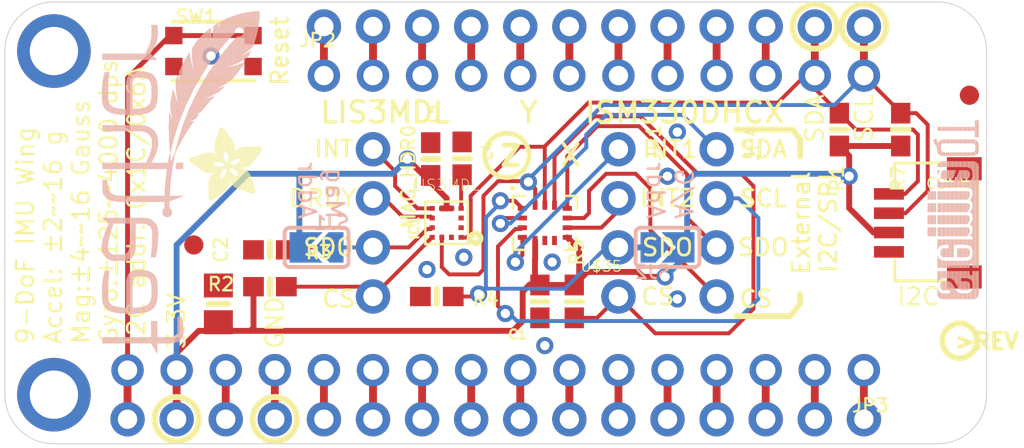
<source format=kicad_pcb>
(kicad_pcb (version 20211014) (generator pcbnew)
  (layers (0 "F.Cu" signal) (31 "B.Cu" signal) (34 "B.Paste" user) (35 "F.Paste" user) (36 "B.SilkS" user "B.Silkscreen") (37 "F.SilkS" user "F.Silkscreen") (38 "B.Mask" user) (39 "F.Mask" user) (44 "Edge.Cuts" user))
  (net 0 "")
  (net 1 "GND")
  (net 2 "3.3V")
  (net 3 "SCL")
  (net 4 "SDA")
  (net 5 "INTM")
  (net 6 "DRDY")
  (net 7 "CAP")
  (net 8 "INT1")
  (net 9 "AD_M")
  (net 10 "AD_AG")
  (net 11 "INT2")
  (net 12 "G")
  (net 13 "F")
  (net 14 "B")
  (net 15 "A")
  (net 16 "AREF")
  (net 17 "RESET")
  (net 18 "VBAT")
  (net 19 "EN")
  (net 20 "USB")
  (net 21 "J")
  (net 22 "I")
  (net 23 "C")
  (net 24 "D")
  (net 25 "E")
  (net 26 "SCK")
  (net 27 "MOSI")
  (net 28 "MISO")
  (net 29 "RX")
  (net 30 "TX")
  (net 31 "H")
  (net 32 "K")
  (net 33 "L")
  (net 34 "M")
  (net 35 "N")
  (net 36 "CS_M")
  (net 37 "CS_AG")
  (net 38 "SCL_EX")
  (net 39 "SDA_EX")
  (net 40 "SDO_EX")
  (net 41 "OCS_EX")
  (footprint "boardEagle:1X04_ROUND" (layer "F.Cu") (at 142.1511 105.0036 -90)
    (fp_text reference "MAG_HDR0" (at -5.1562 -1.8288 90) (layer "F.SilkS") (effects (font (size 0.692831 0.692831) (thickness 0.119969)) (justify right)))
    (fp_text value "")
    (pad "1" thru_hole circle (at -3.81 0) (size 1.778 1.778) (drill 1) (layers *.Cu *.Mask) (net 5 "INTM"))
    (pad "2" thru_hole circle (at -1.27 0) (size 1.778 1.778) (drill 1) (layers *.Cu *.Mask) (net 6 "DRDY"))
    (pad "3" thru_hole circle (at 1.27 0) (size 1.778 1.778) (drill 1) (layers *.Cu *.Mask) (net 9 "AD_M"))
    (pad "4" thru_hole circle (at 3.81 0) (size 1.778 1.778) (drill 1) (layers *.Cu *.Mask) (net 36 "CS_M"))
  )
  (footprint "boardEagle:0603-NO" (layer "F.Cu") (at 152.5651 109.0676 90)
    (fp_text reference "R5" (at 1.778 0.127 90) (layer "F.SilkS") (effects (font (size 0.692831 0.692831) (thickness 0.119969)) (justify left)))
    (fp_text value "10K")
    (pad "1" smd rect (at -0.85 0 90) (size 1.075 1) (layers "F.Cu" "F.Paste" "F.Mask") (net 37 "CS_AG"))
    (pad "2" smd rect (at 0.85 0 90) (size 1.075 1) (layers "F.Cu" "F.Paste" "F.Mask") (net 2 "3.3V"))
  )
  (footprint "boardEagle:FIDUCIAL_1MM" (layer "F.Cu") (at 173.0121 98.3996)
    (fp_text reference "FID2" hide)
    (fp_text value "FIDUCIAL_1MM" hide)
    (pad "1" smd roundrect (at 0 0) (size 1 1) (layers "F.Cu" "F.Mask") (roundrect_rratio 0.5))
  )
  (footprint "boardEagle:0603-NO" (layer "F.Cu") (at 150.7871 109.0676 -90)
    (fp_text reference "C1" (at 1.7145 1.7145) (layer "F.SilkS") (effects (font (size 0.489631 0.489631) (thickness 0.119969)) (justify left)))
    (fp_text value "0.1uF")
    (pad "1" smd rect (at -0.85 0 270) (size 1.075 1) (layers "F.Cu" "F.Paste" "F.Mask") (net 2 "3.3V"))
    (pad "2" smd rect (at 0.85 0 270) (size 1.075 1) (layers "F.Cu" "F.Paste" "F.Mask") (net 1 "GND"))
  )
  (footprint "boardEagle:1X04_ROUND" (layer "F.Cu") (at 154.8511 105.0036 -90)
    (fp_text reference "JP1" (at -5.1562 -1.8288 90) (layer "F.SilkS") (effects (font (size 0.692831 0.692831) (thickness 0.119969)) (justify right)))
    (fp_text value "")
    (pad "1" thru_hole circle (at -3.81 0) (size 1.778 1.778) (drill 1) (layers *.Cu *.Mask) (net 8 "INT1"))
    (pad "2" thru_hole circle (at -1.27 0) (size 1.778 1.778) (drill 1) (layers *.Cu *.Mask) (net 11 "INT2"))
    (pad "3" thru_hole circle (at 1.27 0) (size 1.778 1.778) (drill 1) (layers *.Cu *.Mask) (net 10 "AD_AG"))
    (pad "4" thru_hole circle (at 3.81 0) (size 1.778 1.778) (drill 1) (layers *.Cu *.Mask) (net 37 "CS_AG"))
  )
  (footprint "boardEagle:LGA12_2X2MM" (layer "F.Cu") (at 145.9611 105.0036 180)
    (fp_text reference "IC1" (at 1.6845 0.4015 90) (layer "F.SilkS") (effects (font (size 0.489631 0.489631) (thickness 0.119969)) (justify right)))
    (fp_text value "LIS3MDL" (at -1.735 1.954) (layer "F.SilkS") (effects (font (size 0.573024 0.573024) (thickness 0.036576)) (justify right)))
    (pad "1" smd rect (at -0.75 -0.75 180) (size 0.275 0.25) (layers "F.Cu" "F.Paste" "F.Mask") (net 3 "SCL"))
    (pad "2" smd rect (at -0.75 -0.25 180) (size 0.275 0.25) (layers "F.Cu" "F.Paste" "F.Mask") (net 1 "GND"))
    (pad "3" smd rect (at -0.75 0.25 180) (size 0.275 0.25) (layers "F.Cu" "F.Paste" "F.Mask") (net 1 "GND"))
    (pad "4" smd rect (at -0.75 0.75 180) (size 0.275 0.25) (layers "F.Cu" "F.Paste" "F.Mask") (net 7 "CAP"))
    (pad "5" smd rect (at -0.25 0.75 270) (size 0.275 0.25) (layers "F.Cu" "F.Paste" "F.Mask") (net 2 "3.3V"))
    (pad "6" smd rect (at 0.25 0.75 270) (size 0.275 0.25) (layers "F.Cu" "F.Paste" "F.Mask") (net 2 "3.3V"))
    (pad "7" smd rect (at 0.75 0.75) (size 0.275 0.25) (layers "F.Cu" "F.Paste" "F.Mask") (net 5 "INTM"))
    (pad "8" smd rect (at 0.75 0.25) (size 0.275 0.25) (layers "F.Cu" "F.Paste" "F.Mask") (net 6 "DRDY"))
    (pad "9" smd rect (at 0.75 -0.25) (size 0.275 0.25) (layers "F.Cu" "F.Paste" "F.Mask") (net 9 "AD_M"))
    (pad "10" smd rect (at 0.75 -0.75) (size 0.275 0.25) (layers "F.Cu" "F.Paste" "F.Mask") (net 36 "CS_M"))
    (pad "11" smd rect (at 0.25 -0.75 90) (size 0.275 0.25) (layers "F.Cu" "F.Paste" "F.Mask") (net 4 "SDA"))
    (pad "12" smd rect (at -0.25 -0.75 90) (size 0.275 0.25) (layers "F.Cu" "F.Paste" "F.Mask") (net 1 "GND"))
  )
  (footprint "boardEagle:1X12_ROUND" (layer "F.Cu") (at 153.5811 97.3836)
    (fp_text reference "JP2" (at -15.3162 -1.8288) (layer "F.SilkS") (effects (font (size 0.692831 0.692831) (thickness 0.119969)) (justify left)))
    (fp_text value "")
    (pad "1" thru_hole circle (at -13.97 0 90) (size 1.6764 1.6764) (drill 1) (layers *.Cu *.Mask) (net 18 "VBAT"))
    (pad "2" thru_hole circle (at -11.43 0 90) (size 1.6764 1.6764) (drill 1) (layers *.Cu *.Mask) (net 19 "EN"))
    (pad "3" thru_hole circle (at -8.89 0 90) (size 1.6764 1.6764) (drill 1) (layers *.Cu *.Mask) (net 20 "USB"))
    (pad "4" thru_hole circle (at -6.35 0 90) (size 1.6764 1.6764) (drill 1) (layers *.Cu *.Mask) (net 35 "N"))
    (pad "5" thru_hole circle (at -3.81 0 90) (size 1.6764 1.6764) (drill 1) (layers *.Cu *.Mask) (net 34 "M"))
    (pad "6" thru_hole circle (at -1.27 0 90) (size 1.6764 1.6764) (drill 1) (layers *.Cu *.Mask) (net 33 "L"))
    (pad "7" thru_hole circle (at 1.27 0 90) (size 1.6764 1.6764) (drill 1) (layers *.Cu *.Mask) (net 32 "K"))
    (pad "8" thru_hole circle (at 3.81 0 90) (size 1.6764 1.6764) (drill 1) (layers *.Cu *.Mask) (net 21 "J"))
    (pad "9" thru_hole circle (at 6.35 0 90) (size 1.6764 1.6764) (drill 1) (layers *.Cu *.Mask) (net 22 "I"))
    (pad "10" thru_hole circle (at 8.89 0 90) (size 1.6764 1.6764) (drill 1) (layers *.Cu *.Mask) (net 31 "H"))
    (pad "11" thru_hole circle (at 11.43 0 90) (size 1.6764 1.6764) (drill 1) (layers *.Cu *.Mask) (net 3 "SCL"))
    (pad "12" thru_hole circle (at 13.97 0 90) (size 1.6764 1.6764) (drill 1) (layers *.Cu *.Mask) (net 4 "SDA"))
  )
  (footprint "boardEagle:FEATHERWING" (layer "F.Cu") (at 123.1011 116.4336)
    (fp_text reference "MS1" hide)
    (fp_text value "FEATHERWING" hide)
    (fp_line (start 48.26 -22.86) (end 2.54 -22.86) (layer "Edge.Cuts") (width 0.05))
    (fp_line (start 0 -20.32) (end 0 -2.54) (layer "Edge.Cuts") (width 0.05))
    (fp_line (start 2.54 0) (end 48.26 0) (layer "Edge.Cuts") (width 0.05))
    (fp_line (start 50.8 -2.54) (end 50.8 -20.32) (layer "Edge.Cuts") (width 0.05))
    (fp_arc (start 50.8 -2.54) (mid 50.056051 -0.743949) (end 48.26 0) (layer "Edge.Cuts") (width 0.05))
    (fp_arc (start 2.54 0) (mid 0.743949 -0.743949) (end 0 -2.54) (layer "Edge.Cuts") (width 0.05))
    (fp_arc (start 48.26 -22.86) (mid 50.056051 -22.116051) (end 50.8 -20.32) (layer "Edge.Cuts") (width 0.05))
    (fp_arc (start 0 -20.32) (mid 0.743949 -22.116051) (end 2.54 -22.86) (layer "Edge.Cuts") (width 0.05))
    (pad "" np_thru_hole circle (at 48.26 -20.32) (size 2.54 2.54) (drill 2.54) (layers *.Cu *.Mask))
    (pad "" np_thru_hole circle (at 48.26 -2.54) (size 2.54 2.54) (drill 2.54) (layers *.Cu *.Mask))
    (pad "1" thru_hole circle (at 6.35 -1.27) (size 1.778 1.778) (drill 1) (layers *.Cu *.Mask) (net 17 "RESET"))
    (pad "2" thru_hole circle (at 8.89 -1.27) (size 1.778 1.778) (drill 1) (layers *.Cu *.Mask) (net 2 "3.3V"))
    (pad "3" thru_hole circle (at 11.43 -1.27) (size 1.778 1.778) (drill 1) (layers *.Cu *.Mask) (net 16 "AREF"))
    (pad "4" thru_hole circle (at 13.97 -1.27) (size 1.778 1.778) (drill 1) (layers *.Cu *.Mask) (net 1 "GND"))
    (pad "5" thru_hole circle (at 16.51 -1.27) (size 1.778 1.778) (drill 1) (layers *.Cu *.Mask) (net 15 "A"))
    (pad "6" thru_hole circle (at 19.05 -1.27) (size 1.778 1.778) (drill 1) (layers *.Cu *.Mask) (net 14 "B"))
    (pad "7" thru_hole circle (at 21.59 -1.27) (size 1.778 1.778) (drill 1) (layers *.Cu *.Mask) (net 23 "C"))
    (pad "8" thru_hole circle (at 24.13 -1.27) (size 1.778 1.778) (drill 1) (layers *.Cu *.Mask) (net 24 "D"))
    (pad "9" thru_hole circle (at 26.67 -1.27) (size 1.778 1.778) (drill 1) (layers *.Cu *.Mask) (net 25 "E"))
    (pad "10" thru_hole circle (at 29.21 -1.27) (size 1.778 1.778) (drill 1) (layers *.Cu *.Mask) (net 13 "F"))
    (pad "11" thru_hole circle (at 31.75 -1.27) (size 1.778 1.778) (drill 1) (layers *.Cu *.Mask) (net 26 "SCK"))
    (pad "12" thru_hole circle (at 34.29 -1.27) (size 1.778 1.778) (drill 1) (layers *.Cu *.Mask) (net 27 "MOSI"))
    (pad "13" thru_hole circle (at 36.83 -1.27) (size 1.778 1.778) (drill 1) (layers *.Cu *.Mask) (net 28 "MISO"))
    (pad "14" thru_hole circle (at 39.37 -1.27) (size 1.778 1.778) (drill 1) (layers *.Cu *.Mask) (net 29 "RX"))
    (pad "15" thru_hole circle (at 41.91 -1.27) (size 1.778 1.778) (drill 1) (layers *.Cu *.Mask) (net 30 "TX"))
    (pad "16" thru_hole circle (at 44.45 -1.27) (size 1.778 1.778) (drill 1) (layers *.Cu *.Mask) (net 12 "G"))
    (pad "17" thru_hole circle (at 44.45 -21.59) (size 1.778 1.778) (drill 1) (layers *.Cu *.Mask) (net 4 "SDA"))
    (pad "18" thru_hole circle (at 41.91 -21.59) (size 1.778 1.778) (drill 1) (layers *.Cu *.Mask) (net 3 "SCL"))
    (pad "19" thru_hole circle (at 39.37 -21.59) (size 1.778 1.778) (drill 1) (layers *.Cu *.Mask) (net 31 "H"))
    (pad "20" thru_hole circle (at 36.83 -21.59) (size 1.778 1.778) (drill 1) (layers *.Cu *.Mask) (net 22 "I"))
    (pad "21" thru_hole circle (at 34.29 -21.59) (size 1.778 1.778) (drill 1) (layers *.Cu *.Mask) (net 21 "J"))
    (pad "22" thru_hole circle (at 31.75 -21.59) (size 1.778 1.778) (drill 1) (layers *.Cu *.Mask) (net 32 "K"))
    (pad "23" thru_hole circle (at 29.21 -21.59) (size 1.778 1.778) (drill 1) (layers *.Cu *.Mask) (net 33 "L"))
    (pad "24" thru_hole circle (at 26.67 -21.59) (size 1.778 1.778) (drill 1) (layers *.Cu *.Mask) (net 34 "M"))
    (pad "25" thru_hole circle (at 24.13 -21.59) (size 1.778 1.778) (drill 1) (layers *.Cu *.Mask) (net 35 "N"))
    (pad "26" thru_hole circle (at 21.59 -21.59) (size 1.778 1.778) (drill 1) (layers *.Cu *.Mask) (net 20 "USB"))
    (pad "27" thru_hole circle (at 19.05 -21.59) (size 1.778 1.778) (drill 1) (layers *.Cu *.Mask) (net 19 "EN"))
    (pad "28" thru_hole circle (at 16.51 -21.59) (size 1.778 1.778) (drill 1) (layers *.Cu *.Mask) (net 18 "VBAT"))
    (pad "P$1" thru_hole circle (at 2.54 -20.32) (size 3.81 3.81) (drill 2.5) (layers *.Cu *.Mask))
    (pad "P$2" thru_hole circle (at 2.54 -2.54) (size 3.81 3.81) (drill 2.5) (layers *.Cu *.Mask))
  )
  (footprint "boardEagle:0603-NO" (layer "F.Cu") (at 145.1356 101.7016 90)
    (fp_text reference "C5" (at 1.778 0.127 90) (layer "F.SilkS") (effects (font (size 0.489631 0.489631) (thickness 0.119969)) (justify left)))
    (fp_text value "1uF")
    (pad "1" smd rect (at -0.85 0 90) (size 1.075 1) (layers "F.Cu" "F.Paste" "F.Mask") (net 2 "3.3V"))
    (pad "2" smd rect (at 0.85 0 90) (size 1.075 1) (layers "F.Cu" "F.Paste" "F.Mask") (net 1 "GND"))
  )
  (footprint "boardEagle:0603-NO" (layer "F.Cu") (at 136.8171 106.4006)
    (fp_text reference "R3" (at 1.778 0.127) (layer "F.SilkS") (effects (font (size 0.692831 0.692831) (thickness 0.119969)) (justify left)))
    (fp_text value "10K")
    (pad "1" smd rect (at -0.85 0) (size 1.075 1) (layers "F.Cu" "F.Paste" "F.Mask") (net 1 "GND"))
    (pad "2" smd rect (at 0.85 0) (size 1.075 1) (layers "F.Cu" "F.Paste" "F.Mask") (net 9 "AD_M"))
  )
  (footprint "boardEagle:0603-NO" (layer "F.Cu") (at 136.8171 108.3056 180)
    (fp_text reference "R2" (at 1.778 0.127) (layer "F.SilkS") (effects (font (size 0.692831 0.692831) (thickness 0.119969)) (justify right)))
    (fp_text value "10K")
    (pad "1" smd rect (at -0.85 0 180) (size 1.075 1) (layers "F.Cu" "F.Paste" "F.Mask") (net 36 "CS_M"))
    (pad "2" smd rect (at 0.85 0 180) (size 1.075 1) (layers "F.Cu" "F.Paste" "F.Mask") (net 2 "3.3V"))
  )
  (footprint "boardEagle:0805-NO" (layer "F.Cu") (at 134.1501 109.1946 90)
    (fp_text reference "C2" (at 2.032 0.127 90) (layer "F.SilkS") (effects (font (size 0.692831 0.692831) (thickness 0.119969)) (justify left)))
    (fp_text value "10uF")
    (pad "1" smd rect (at -0.95 0 90) (size 1.24 1.5) (layers "F.Cu" "F.Paste" "F.Mask") (net 2 "3.3V"))
    (pad "2" smd rect (at 0.95 0 90) (size 1.24 1.5) (layers "F.Cu" "F.Paste" "F.Mask") (net 1 "GND"))
  )
  (footprint "boardEagle:0603-NO" (layer "F.Cu") (at 169.4561 100.1776 -90)
    (fp_text reference "R7" (at 1.778 0.127 90) (layer "F.SilkS") (effects (font (size 0.692831 0.692831) (thickness 0.119969)) (justify right)))
    (fp_text value "10K")
    (pad "1" smd rect (at -0.85 0 270) (size 1.075 1) (layers "F.Cu" "F.Paste" "F.Mask") (net 4 "SDA"))
    (pad "2" smd rect (at 0.85 0 270) (size 1.075 1) (layers "F.Cu" "F.Paste" "F.Mask") (net 2 "3.3V"))
  )
  (footprint "boardEagle:0603-NO" (layer "F.Cu") (at 146.7612 101.6635 90)
    (fp_text reference "C4" (at -0.1905 1.3335 90) (layer "F.SilkS") (effects (font (size 0.489631 0.489631) (thickness 0.119969)) (justify left)))
    (fp_text value "0.1uF")
    (pad "1" smd rect (at -0.85 0 90) (size 1.075 1) (layers "F.Cu" "F.Paste" "F.Mask") (net 7 "CAP"))
    (pad "2" smd rect (at 0.85 0 90) (size 1.075 1) (layers "F.Cu" "F.Paste" "F.Mask") (net 1 "GND"))
  )
  (footprint "boardEagle:1X16_ROUND" (layer "F.Cu") (at 148.5011 112.6236 180)
    (fp_text reference "JP3" (at -20.3962 -1.8288) (layer "F.SilkS") (effects (font (size 0.692831 0.692831) (thickness 0.119969)) (justify right)))
    (fp_text value "")
    (pad "1" thru_hole circle (at -19.05 0 270) (size 1.6764 1.6764) (drill 1) (layers *.Cu *.Mask) (net 12 "G"))
    (pad "2" thru_hole circle (at -16.51 0 270) (size 1.6764 1.6764) (drill 1) (layers *.Cu *.Mask) (net 30 "TX"))
    (pad "3" thru_hole circle (at -13.97 0 270) (size 1.6764 1.6764) (drill 1) (layers *.Cu *.Mask) (net 29 "RX"))
    (pad "4" thru_hole circle (at -11.43 0 270) (size 1.6764 1.6764) (drill 1) (layers *.Cu *.Mask) (net 28 "MISO"))
    (pad "5" thru_hole circle (at -8.89 0 270) (size 1.6764 1.6764) (drill 1) (layers *.Cu *.Mask) (net 27 "MOSI"))
    (pad "6" thru_hole circle (at -6.35 0 270) (size 1.6764 1.6764) (drill 1) (layers *.Cu *.Mask) (net 26 "SCK"))
    (pad "7" thru_hole circle (at -3.81 0 270) (size 1.6764 1.6764) (drill 1) (layers *.Cu *.Mask) (net 13 "F"))
    (pad "8" thru_hole circle (at -1.27 0 270) (size 1.6764 1.6764) (drill 1) (layers *.Cu *.Mask) (net 25 "E"))
    (pad "9" thru_hole circle (at 1.27 0 270) (size 1.6764 1.6764) (drill 1) (layers *.Cu *.Mask) (net 24 "D"))
    (pad "10" thru_hole circle (at 3.81 0 270) (size 1.6764 1.6764) (drill 1) (layers *.Cu *.Mask) (net 23 "C"))
    (pad "11" thru_hole circle (at 6.35 0 270) (size 1.6764 1.6764) (drill 1) (layers *.Cu *.Mask) (net 14 "B"))
    (pad "12" thru_hole circle (at 8.89 0 270) (size 1.6764 1.6764) (drill 1) (layers *.Cu *.Mask) (net 15 "A"))
    (pad "13" thru_hole circle (at 11.43 0 270) (size 1.6764 1.6764) (drill 1) (layers *.Cu *.Mask) (net 1 "GND"))
    (pad "14" thru_hole circle (at 13.97 0 270) (size 1.6764 1.6764) (drill 1) (layers *.Cu *.Mask) (net 16 "AREF"))
    (pad "15" thru_hole circle (at 16.51 0 270) (size 1.6764 1.6764) (drill 1) (layers *.Cu *.Mask) (net 2 "3.3V"))
    (pad "16" thru_hole circle (at 19.05 0 270) (size 1.6764 1.6764) (drill 1) (layers *.Cu *.Mask) (net 17 "RESET"))
  )
  (footprint "boardEagle:JST_SH4" (layer "F.Cu") (at 171.3611 105.0036 90)
    (fp_text reference "CONN4" (at 2.0375 2.187) (layer "F.SilkS") (effects (font (size 0.534822 0.534822) (thickness 0.074778)) (justify right)))
    (fp_text value "STEMMA_I2C_QT" hide)
    (pad "1" smd rect (at -1.5 -2.514 180) (size 1.55 0.6) (layers "F.Cu" "F.Paste" "F.Mask") (net 1 "GND"))
    (pad "2" smd rect (at -0.5 -2.514 180) (size 1.55 0.6) (layers "F.Cu" "F.Paste" "F.Mask") (net 2 "3.3V"))
    (pad "3" smd rect (at 0.5 -2.514 180) (size 1.55 0.6) (layers "F.Cu" "F.Paste" "F.Mask") (net 4 "SDA"))
    (pad "4" smd rect (at 1.5 -2.514 180) (size 1.55 0.6) (layers "F.Cu" "F.Paste" "F.Mask") (net 3 "SCL"))
    (pad "MT1" smd rect (at -2.8 1.386 180) (size 1.8 1.2) (layers "F.Cu" "F.Paste" "F.Mask") (net 1 "GND"))
    (pad "MT2" smd rect (at 2.8 1.386 180) (size 1.8 1.2) (layers "F.Cu" "F.Paste" "F.Mask") (net 1 "GND"))
  )
  (footprint "boardEagle:LGA-14L" (layer "F.Cu") (at 151.0411 105.0036)
    (fp_text reference "U$35" (at 1.81 2.2465) (layer "F.SilkS") (effects (font (size 0.549778 0.549778) (thickness 0.059822)) (justify left)))
    (fp_text value "LSM6DSOX")
    (fp_text user "." (at -2.159 -1.524) (layer "F.SilkS") (effects (font (size 1.63576 1.63576) (thickness 0.14224)) (justify left bottom)))
    (pad "1" smd rect (at -1.1625 -0.75) (size 0.475 0.25) (layers "F.Cu" "F.Paste" "F.Mask") (net 10 "AD_AG"))
    (pad "2" smd rect (at -1.1625 -0.25) (size 0.475 0.25) (layers "F.Cu" "F.Paste" "F.Mask") (net 39 "SDA_EX"))
    (pad "3" smd rect (at -1.1625 0.25) (size 0.475 0.25) (layers "F.Cu" "F.Paste" "F.Mask") (net 38 "SCL_EX"))
    (pad "4" smd rect (at -1.1625 0.75) (size 0.475 0.25) (layers "F.Cu" "F.Paste" "F.Mask") (net 8 "INT1"))
    (pad "5" smd rect (at -0.5 0.9125 90) (size 0.475 0.25) (layers "F.Cu" "F.Paste" "F.Mask") (net 2 "3.3V"))
    (pad "6" smd rect (at 0 0.9125 90) (size 0.475 0.25) (layers "F.Cu" "F.Paste" "F.Mask") (net 1 "GND"))
    (pad "7" smd rect (at 0.5 0.9125 90) (size 0.475 0.25) (layers "F.Cu" "F.Paste" "F.Mask") (net 1 "GND"))
    (pad "8" smd rect (at 1.1625 0.75 180) (size 0.475 0.25) (layers "F.Cu" "F.Paste" "F.Mask") (net 2 "3.3V"))
    (pad "9" smd rect (at 1.1625 0.25 180) (size 0.475 0.25) (layers "F.Cu" "F.Paste" "F.Mask") (net 11 "INT2"))
    (pad "10" smd rect (at 1.1625 -0.25 180) (size 0.475 0.25) (layers "F.Cu" "F.Paste" "F.Mask") (net 41 "OCS_EX"))
    (pad "11" smd rect (at 1.1625 -0.75 180) (size 0.475 0.25) (layers "F.Cu" "F.Paste" "F.Mask") (net 40 "SDO_EX"))
    (pad "12" smd rect (at 0.5 -0.9125 270) (size 0.475 0.25) (layers "F.Cu" "F.Paste" "F.Mask") (net 37 "CS_AG"))
    (pad "13" smd rect (at 0 -0.9125 270) (size 0.475 0.25) (layers "F.Cu" "F.Paste" "F.Mask") (net 3 "SCL"))
    (pad "14" smd rect (at -0.5 -0.9125 270) (size 0.475 0.25) (layers "F.Cu" "F.Paste" "F.Mask") (net 4 "SDA"))
  )
  (footprint "boardEagle:1X04_ROUND" (layer "F.Cu") (at 159.9311 105.0036 -90)
    (fp_text reference "JP4" (at -5.1562 -1.8288 90) (layer "F.SilkS") (effects (font (size 0.692831 0.692831) (thickness 0.119969)) (justify right)))
    (fp_text value "")
    (pad "1" thru_hole circle (at -3.81 0) (size 1.778 1.778) (drill 1) (layers *.Cu *.Mask) (net 39 "SDA_EX"))
    (pad "2" thru_hole circle (at -1.27 0) (size 1.778 1.778) (drill 1) (layers *.Cu *.Mask) (net 38 "SCL_EX"))
    (pad "3" thru_hole circle (at 1.27 0) (size 1.778 1.778) (drill 1) (layers *.Cu *.Mask) (net 40 "SDO_EX"))
    (pad "4" thru_hole circle (at 3.81 0) (size 1.778 1.778) (drill 1) (layers *.Cu *.Mask) (net 41 "OCS_EX"))
  )
  (footprint "boardEagle:PCBFEAT-REV-040" (layer "F.Cu") (at 172.5041 111.0996)
    (fp_text reference "U$51" hide)
    (fp_text value "" hide)
    (fp_text user ">REV" (at -0.3556 0.508) (layer "F.SilkS") (effects (font (size 0.8128 0.8128) (thickness 0.2032)) (justify left bottom)))
  )
  (footprint "boardEagle:0603-NO" (layer "F.Cu") (at 145.4531 108.8136)
    (fp_text reference "R4" (at 1.778 0.127) (layer "F.SilkS") (effects (font (size 0.692831 0.692831) (thickness 0.119969)) (justify left)))
    (fp_text value "10K")
    (pad "1" smd rect (at -0.85 0) (size 1.075 1) (layers "F.Cu" "F.Paste" "F.Mask") (net 1 "GND"))
    (pad "2" smd rect (at 0.85 0) (size 1.075 1) (layers "F.Cu" "F.Paste" "F.Mask") (net 10 "AD_AG"))
  )
  (footprint "boardEagle:BTN_KMR2_4.6X2.8" (layer "F.Cu") (at 133.8961 96.1136)
    (fp_text reference "SW1" (at -2.032 -1.778) (layer "F.SilkS") (effects (font (size 0.692831 0.692831) (thickness 0.119969)) (justify left)))
    (fp_text value "KMR2")
    (pad "A" smd rect (at 2.05 -0.8) (size 0.9 0.9) (layers "F.Cu" "F.Paste" "F.Mask") (net 17 "RESET"))
    (pad "A'" smd rect (at -2.05 -0.8) (size 0.9 0.9) (layers "F.Cu" "F.Paste" "F.Mask") (net 17 "RESET"))
    (pad "B" smd rect (at 2.05 0.8) (size 0.9 0.9) (layers "F.Cu" "F.Paste" "F.Mask") (net 1 "GND"))
    (pad "B'" smd rect (at -2.05 0.8) (size 0.9 0.9) (layers "F.Cu" "F.Paste" "F.Mask") (net 1 "GND"))
  )
  (footprint "boardEagle:ADAFRUIT_3.5MM" (layer "F.Cu") (at 136.4361 103.8606 90)
    (fp_text reference "U$50" hide)
    (fp_text value "" hide)
  )
  (footprint "boardEagle:FIDUCIAL_1MM" (layer "F.Cu") (at 132.8801 106.1466)
    (fp_text reference "FID1" hide)
    (fp_text value "FIDUCIAL_1MM" hide)
    (pad "1" smd roundrect (at 0 0) (size 1 1) (layers "F.Cu" "F.Mask") (roundrect_rratio 0.5))
  )
  (footprint "boardEagle:0603-NO" (layer "F.Cu") (at 166.2811 100.1776 -90)
    (fp_text reference "R1" (at 1.778 0.127 90) (layer "F.SilkS") (effects (font (size 0.692831 0.692831) (thickness 0.119969)) (justify right)))
    (fp_text value "10K")
    (pad "1" smd rect (at -0.85 0 270) (size 1.075 1) (layers "F.Cu" "F.Paste" "F.Mask") (net 3 "SCL"))
    (pad "2" smd rect (at 0.85 0 270) (size 1.075 1) (layers "F.Cu" "F.Paste" "F.Mask") (net 2 "3.3V"))
  )
  (footprint "boardEagle:STEMMAQT" (layer "B.Cu") (at 170.8531 108.9406 90)
    (fp_text reference "U$31" hide)
    (fp_text value "" hide)
  )
  (footprint "boardEagle:SOLDERJUMPER_ARROW_NOPASTE" (layer "B.Cu") (at 157.3911 106.2736)
    (fp_text reference "SJ2" (at -1.778 1.27) (layer "B.SilkS") (effects (font (size 0.692831 0.692831) (thickness 0.119969)) (justify right mirror)))
    (fp_text value "")
    (fp_poly (pts (xy 0.106121 -0.002663) (xy -0.679416 -0.7882) (xy -1.3946 -0.7882) (xy -1.3946 0.7882) (xy -0.62715 0.7882)) (layer "B.Cu") (width 0) (fill solid))
    (fp_poly (pts (xy 1.3946 -0.7882) (xy -0.315893 -0.7882) (xy 0.443148 0) (xy -0.315893 0.7882) (xy 1.3946 0.7882)) (layer "B.Cu") (width 0) (fill solid))
    (pad "1" smd roundrect (at -1.016 0) (size 0.762 1.524) (layers "B.Cu") (net 10 "AD_AG"))
    (pad "2" smd roundrect (at 1.016 0) (size 0.762 1.524) (layers "B.Cu") (net 2 "3.3V"))
  )
  (footprint "boardEagle:SOLDERJUMPER_ARROW_NOPASTE" (layer "B.Cu") (at 139.2301 106.2736 180)
    (fp_text reference "SJ1" (at -1.778 1.27) (layer "B.SilkS") (effects (font (size 0.692831 0.692831) (thickness 0.119969)) (justify left mirror)))
    (fp_text value "")
    (fp_poly (pts (xy 0.106121 -0.002663) (xy -0.679416 -0.7882) (xy -1.3946 -0.7882) (xy -1.3946 0.7882) (xy -0.62715 0.7882)) (layer "B.Cu") (width 0) (fill solid))
    (fp_poly (pts (xy 1.3946 -0.7882) (xy -0.315893 -0.7882) (xy 0.443148 0) (xy -0.315893 0.7882) (xy 1.3946 0.7882)) (layer "B.Cu") (width 0) (fill solid))
    (pad "1" smd roundrect (at -1.016 0 180) (size 0.762 1.524) (layers "B.Cu") (net 9 "AD_M"))
    (pad "2" smd roundrect (at 1.016 0 180) (size 0.762 1.524) (layers "B.Cu") (net 2 "3.3V"))
  )
  (footprint "boardEagle:FEATHERLOGO_MED" (layer "B.Cu") (at 128.0541 111.8616 90)
    (fp_text reference "U$13" hide)
    (fp_text value "" hide)
  )
  (gr_line (start 163.8681 100.1776) (end 160.9471 100.1776) (layer "F.SilkS") (width 0.3048))
  (gr_circle (center 131.9911 115.1636) (end 133.141131 115.1636) (layer "F.SilkS") (width 0.3048) (fill none))
  (gr_arc (start 147.9336 101.5121) (mid 148.268377 100.703877) (end 149.0766 100.3691) (layer "F.SilkS") (width 0.254))
  (gr_circle (center 165.0111 94.8436) (end 166.161131 94.8436) (layer "F.SilkS") (width 0.3048) (fill none))
  (gr_circle (center 167.5511 94.8436) (end 168.701131 94.8436) (layer "F.SilkS") (width 0.3048) (fill none))
  (gr_arc (start 150.2196 101.5121) (mid 149.884823 102.320323) (end 149.0766 102.6551) (layer "F.SilkS") (width 0.254))
  (gr_line (start 164.2491 101.5746) (end 164.2491 100.6856) (layer "F.SilkS") (width 0.3048))
  (gr_circle (center 137.0711 115.1636) (end 138.221131 115.1636) (layer "F.SilkS") (width 0.3048) (fill none))
  (gr_line (start 163.7411 109.8296) (end 164.2491 109.1946) (layer "F.SilkS") (width 0.3048))
  (gr_line (start 164.2491 109.1946) (end 164.2491 108.6866) (layer "F.SilkS") (width 0.3048))
  (gr_arc (start 149.0766 102.6551) (mid 148.268377 102.320323) (end 147.9336 101.5121) (layer "F.SilkS") (width 0.254))
  (gr_line (start 160.9471 109.8296) (end 163.7411 109.8296) (layer "F.SilkS") (width 0.3048))
  (gr_line (start 164.2491 100.6856) (end 163.8681 100.1776) (layer "F.SilkS") (width 0.3048))
  (gr_arc (start 149.0766 100.3691) (mid 149.890688 100.698014) (end 150.2196 101.512102) (layer "F.SilkS") (width 0.254))
  (gr_text "Mag\nAddr" (at 138.2141 104.8766 -90) (layer "B.SilkS") (effects (font (size 0.89408 0.89408) (thickness 0.12192)) (justify left bottom mirror)))
  (gr_text "A/G\nAddr" (at 156.2481 104.8766 -90) (layer "B.SilkS") (effects (font (size 0.89408 0.89408) (thickness 0.12192)) (justify left bottom mirror)))
  (gr_text "Reset" (at 137.3251 96.1136 90) (layer "F.SilkS") (effects (font (size 0.87376 0.87376) (thickness 0.14224))))
  (gr_text "INT2" (at 157.3911 103.7336) (layer "F.SilkS") (effects (font (size 0.87376 0.87376) (thickness 0.14224))))
  (gr_text "CS" (at 161.9631 108.9406) (layer "F.SilkS") (effects (font (size 0.87376 0.87376) (thickness 0.14224))))
  (gr_text "INT" (at 140.1191 101.1936) (layer "F.SilkS") (effects (font (size 0.87376 0.87376) (thickness 0.14224))))
  (gr_text "SDA" (at 165.0111 98.2726 90) (layer "F.SilkS") (effects (font (size 0.89408 0.89408) (thickness 0.12192)) (justify right)))
  (gr_text "9-DoF IMU Wing \nAccel: ±2~~16 g\nMag:±4~~16 Gauss\nGyro:±125~~4000 dps\nI2C addr: 0x1C/0x6A" (at 127.0381 111.3536 90) (layer "F.SilkS") (effects (font (size 0.89408 0.89408) (thickness 0.12192)) (justify left)))
  (gr_text "LIS3MDL" (at 142.7861 99.2886) (layer "F.SilkS") (effects (font (size 1.0922 1.0922) (thickness 0.1778))))
  (gr_text "SCL" (at 167.5511 98.2726 90) (layer "F.SilkS") (effects (font (size 0.89408 0.89408) (thickness 0.12192)) (justify right)))
  (gr_text "SDO" (at 157.3911 106.2736) (layer "F.SilkS") (effects (font (size 0.87376 0.87376) (thickness 0.14224))))
  (gr_text "SCL" (at 162.3441 103.7336) (layer "F.SilkS") (effects (font (size 0.87376 0.87376) (thickness 0.14224))))
  (gr_text "X" (at 151.7356 102.1451) (layer "F.SilkS") (effects (font (size 1.0922 1.0922) (thickness 0.1778)) (justify left bottom)))
  (gr_text "GND" (at 137.0711 111.6076 90) (layer "F.SilkS") (effects (font (size 0.89408 0.89408) (thickness 0.12192)) (justify left)))
  (gr_text "3.3V" (at 131.9911 111.6076 90) (layer "F.SilkS") (effects (font (size 0.89408 0.89408) (thickness 0.12192)) (justify left)))
  (gr_text "CS" (at 140.3731 108.9406) (layer "F.SilkS") (effects (font (size 0.87376 0.87376) (thickness 0.14224))))
  (gr_text "SDA" (at 162.3441 101.1936) (layer "F.SilkS") (effects (font (size 0.87376 0.87376) (thickness 0.14224))))
  (gr_text "INT1" (at 157.5181 101.1936) (layer "F.SilkS") (effects (font (size 0.87376 0.87376) (thickness 0.14224))))
  (gr_text "ISM330DHCX" (at 158.2801 99.2886) (layer "F.SilkS") (effects (font (size 1.0922 1.0922) (thickness 0.1778))))
  (gr_text "I2C" (at 169.2021 108.8136) (layer "F.SilkS") (effects (font (size 0.89408 0.89408) (thickness 0.12192)) (justify left)))
  (gr_text "DRDY" (at 139.5476 103.7336) (layer "F.SilkS") (effects (font (size 0.89408 0.89408) (thickness 0.12192))))
  (gr_text "External\nI2C/SPI" (at 165.0111 105.0036 90) (layer "F.SilkS") (effects (font (size 0.87376 0.87376) (thickness 0.14224))))
  (gr_text "Y" (at 150.7871 98.6536) (layer "F.SilkS") (effects (font (size 1.0922 1.0922) (thickness 0.1778)) (justify right top)))
  (gr_text "Z" (at 148.6241 102.1451) (layer "F.SilkS") (effects (font (size 1.016 1.016) (thickness 0.254)) (justify left bottom)))
  (gr_text "SDO" (at 139.8651 106.2736) (layer "F.SilkS") (effects (font (size 0.87376 0.87376) (thickness 0.14224))))
  (gr_text "CS" (at 156.8831 108.8136) (layer "F.SilkS") (effects (font (size 0.87376 0.87376) (thickness 0.14224))))
  (gr_text "SDO" (at 162.3441 106.2736) (layer "F.SilkS") (effects (font (size 0.87376 0.87376) (thickness 0.14224))))
  (segment (start 137.0711 115.1636) (end 137.0711 112.6236) (width 0.4064) (layer "F.Cu") (net 1))
  (via (at 151.0411 111.3536) (size 0.889) (drill 0.4826) (layers "F.Cu" "B.Cu") (net 1))
  (via (at 144.9451 107.4166) (size 0.889) (drill 0.4826) (layers "F.Cu" "B.Cu") (net 1))
  (via (at 157.8991 100.3046) (size 0.889) (drill 0.4826) (layers "F.Cu" "B.Cu") (net 1))
  (via (at 157.8991 108.9406) (size 0.889) (drill 0.4826) (layers "F.Cu" "B.Cu") (net 1))
  (via (at 133.7691 96.3676) (size 0.889) (drill 0.4826) (layers "F.Cu" "B.Cu") (net 1))
  (via (at 157.3911 102.5906) (size 0.889) (drill 0.4826) (layers "F.Cu" "B.Cu") (net 1))
  (via (at 146.8501 106.7816) (size 0.889) (drill 0.4826) (layers "F.Cu" "B.Cu") (net 1))
  (via (at 151.4221 107.0356) (size 0.889) (drill 0.4826) (layers "F.Cu" "B.Cu") (net 1))
  (segment (start 145.1356 102.5516) (end 145.0721 102.6151) (width 0.3048) (layer "F.Cu") (net 2))
  (segment (start 145.0721 102.8446) (end 143.9291 101.7016) (width 0.3048) (layer "F.Cu") (net 2))
  (segment (start 150.7871 108.2176) (end 150.7676 108.1981) (width 0.3048) (layer "F.Cu") (net 2))
  (segment (start 166.7891 101.5356) (end 166.7891 102.5906) (width 0.3048) (layer "F.Cu") (net 2))
  (segment (start 150.5331 107.9636) (end 150.5331 106.9086) (width 0.3048) (layer "F.Cu") (net 2))
  (segment (start 145.1991 102.6151) (end 145.1991 102.9716) (width 0.3048) (layer "F.Cu") (net 2))
  (segment (start 155.8671 107.5436) (end 153.2391 107.5436) (width 0.3048) (layer "F.Cu") (net 2))
  (segment (start 131.9911 115.1636) (end 131.9911 112.6236) (width 0.4064) (layer "F.Cu") (net 2))
  (segment (start 150.7871 108.2176) (end 152.5651 108.2176) (width 0.3048) (layer "F.Cu") (net 2))
  (segment (start 169.4561 101.0276) (end 166.2811 101.0276) (width 0.3048) (layer "F.Cu") (net 2))
  (segment (start 149.8981 108.5596) (end 150.2596 108.1981) (width 0.3048) (layer "F.Cu") (net 2))
  (segment (start 145.1991 102.9716) (end 145.0721 102.8446) (width 0.3048) (layer "F.Cu") (net 2))
  (segment (start 152.8191 106.3691) (end 152.8191 107.9636) (width 0.3048) (layer "F.Cu") (net 2))
  (segment (start 134.1501 110.5916) (end 133.1341 110.5916) (width 0.3048) (layer "F.Cu") (net 2))
  (segment (start 152.8191 107.9636) (end 152.5651 108.2176) (width 0.3048) (layer "F.Cu") (net 2))
  (segment (start 156.1211 107.7976) (end 157.2641 107.7976) (width 0.3048) (layer "F.Cu") (net 2))
  (segment (start 153.2391 107.5436) (end 152.8191 107.9636) (width 0.3048) (layer "F.Cu") (net 2))
  (segment (start 146.2111 104.2536) (end 145.9611 104.2536) (width 0.3048) (layer "F.Cu") (net 2))
  (segment (start 131.9911 111.7346) (end 131.9911 112.6236) (width 0.3048) (layer "F.Cu") (net 2))
  (segment (start 156.1211 107.7976) (end 155.8671 107.5436) (width 0.3048) (layer "F.Cu") (net 2))
  (segment (start 166.2811 101.0276) (end 166.7891 101.5356) (width 0.3048) (layer "F.Cu") (net 2))
  (segment (start 152.2036 105.7536) (end 152.8191 106.3691) (width 0.3048) (layer "F.Cu") (net 2))
  (segment (start 133.1341 110.5916) (end 131.9911 111.7346) (width 0.3048) (layer "F.Cu") (net 2))
  (segment (start 150.7676 108.1981) (end 150.5331 107.9636) (width 0.3048) (layer "F.Cu") (net 2))
  (segment (start 135.8011 110.5916) (end 134.1501 110.5916) (width 0.3048) (layer "F.Cu") (net 2))
  (segment (start 135.8011 110.5916) (end 149.3901 110.5916) (width 0.3048) (layer "F.Cu") (net 2))
  (segment (start 149.8981 110.0836) (end 149.8981 108.5596) (width 0.3048) (layer "F.Cu") (net 2))
  (segment (start 135.9671 110.4256) (end 135.8011 110.5916) (width 0.3048) (layer "F.Cu") (net 2))
  (segment (start 135.9671 108.3056) (end 135.9671 110.4256) (width 0.3048) (layer "F.Cu") (net 2))
  (segment (start 145.9611 104.2536) (end 145.9611 103.7336) (width 0.3048) (layer "F.Cu") (net 2))
  (segment (start 168.0511 105.5036) (end 166.7891 104.2416) (width 0.3048) (layer "F.Cu") (net 2))
  (segment (start 134.1501 110.1446) (end 134.1501 110.5916) (width 0.3048) (layer "F.Cu") (net 2))
  (segment (start 145.9611 104.2536) (end 145.7111 104.2536) (width 0.3048) (layer "F.Cu") (net 2))
  (segment (start 150.5331 106.9086) (end 150.5411 106.9006) (width 0.3048) (layer "F.Cu") (net 2))
  (segment (start 145.9611 103.7336) (end 145.1991 102.9716) (width 0.3048) (layer "F.Cu") (net 2))
  (segment (start 150.2596 108.1981) (end 150.7676 108.1981) (width 0.3048) (layer "F.Cu") (net 2))
  (segment (start 149.3901 110.5916) (end 149.8981 110.0836) (width 0.3048) (layer "F.Cu") (net 2))
  (segment (start 150.5411 105.9161) (end 150.5411 106.9006) (width 0.3048) (layer "F.Cu") (net 2))
  (segment (start 166.7891 104.2416) (end 166.7891 102.5906) (width 0.3048) (layer "F.Cu") (net 2))
  (segment (start 145.1356 102.5516) (end 145.1991 102.6151) (width 0.3048) (layer "F.Cu") (net 2))
  (segment (start 168.8471 105.5036) (end 168.0511 105.5036) (width 0.3048) (layer "F.Cu") (net 2))
  (segment (start 145.0721 102.6151) (end 145.0721 102.8446) (width 0.3048) (layer "F.Cu") (net 2))
  (via (at 143.9291 101.7016) (size 0.889) (drill 0.4826) (layers "F.Cu" "B.Cu") (net 2))
  (via (at 157.2641 107.7976) (size 0.889) (drill 0.4826) (layers "F.Cu" "B.Cu") (net 2))
  (via (at 166.7891 102.5906) (size 0.889) (drill 0.4826) (layers "F.Cu" "B.Cu") (net 2))
  (segment (start 158.4071 106.2736) (end 158.4071 102.8446) (width 0.3048) (layer "B.Cu") (net 2))
  (segment (start 138.3411 106.1466) (end 138.2141 106.2736) (width 0.3048) (layer "B.Cu") (net 2))
  (segment (start 143.9291 101.7016) (end 143.1671 102.4636) (width 0.3048) (layer "B.Cu") (net 2))
  (segment (start 135.6741 102.4636) (end 131.9911 106.1466) (width 0.3048) (layer "B.Cu") (net 2))
  (segment (start 143.1671 102.4636) (end 138.3411 102.4636) (width 0.3048) (layer "B.Cu") (net 2))
  (segment (start 166.6621 102.4636) (end 166.7891 102.5906) (width 0.3048) (layer "B.Cu") (net 2))
  (segment (start 158.4071 106.6546) (end 157.2641 107.7976) (width 0.3048) (layer "B.Cu") (net 2))
  (segment (start 138.3411 102.4636) (end 135.6741 102.4636) (width 0.3048) (layer "B.Cu") (net 2))
  (segment (start 131.9911 106.1466) (end 131.9911 112.6236) (width 0.3048) (layer "B.Cu") (net 2))
  (segment (start 166.6621 102.4636) (end 158.7881 102.4636) (width 0.3048) (layer "B.Cu") (net 2))
  (segment (start 158.4071 106.6546) (end 158.4071 106.2736) (width 0.3048) (layer "B.Cu") (net 2))
  (segment (start 158.4071 102.8446) (end 158.7881 102.4636) (width 0.3048) (layer "B.Cu") (net 2))
  (segment (start 138.3411 102.4636) (end 138.3411 106.1466) (width 0.3048) (layer "B.Cu") (net 2))
  (segment (start 151.0411 104.0911) (end 151.0411 101.0666) (width 0.2032) (layer "F.Cu") (net 3))
  (segment (start 147.2057 105.537) (end 147.2057 103.6066) (width 0.2032) (layer "F.Cu") (net 3))
  (segment (start 166.2811 99.3276) (end 165.0111 98.0576) (width 0.2032) (layer "F.Cu") (net 3))
  (segment (start 153.3017 98.7806) (end 163.1061 98.7806) (width 0.2032) (layer "F.Cu") (net 3))
  (segment (start 151.0157 101.0666) (end 153.3017 98.7806) (width 0.2032) (layer "F.Cu") (net 3))
  (segment (start 165.0111 94.8436) (end 165.0111 97.3836) (width 0.4064) (layer "F.Cu") (net 3))
  (segment (start 146.9771 105.7656) (end 146.7231 105.7656) (width 0.2032) (layer "F.Cu") (net 3))
  (segment (start 151.0157 101.0666) (end 151.0411 101.0666) (width 0.2032) (layer "F.Cu") (net 3))
  (segment (start 170.0911 100.1776) (end 167.1311 100.1776) (width 0.2032) (layer "F.Cu") (net 3))
  (segment (start 147.2057 103.6066) (end 149.7457 101.0666) (width 0.2032) (layer "F.Cu") (net 3))
  (segment (start 170.3451 102.8446) (end 170.3451 100.4316) (width 0.2032) (layer "F.Cu") (net 3))
  (segment (start 170.3451 100.4316) (end 170.0911 100.1776) (width 0.2032) (layer "F.Cu") (net 3))
  (segment (start 167.1311 100.1776) (end 166.2811 99.3276) (width 0.2032) (layer "F.Cu") (net 3))
  (segment (start 149.7457 101.0666) (end 151.0157 101.0666) (width 0.2032) (layer "F.Cu") (net 3))
  (segment (start 146.9771 105.7656) (end 147.2057 105.537) (width 0.2032) (layer "F.Cu") (net 3))
  (segment (start 165.0111 98.0576) (end 165.0111 97.3836) (width 0.2032) (layer "F.Cu") (net 3))
  (segment (start 164.5031 97.3836) (end 165.0111 97.3836) (width 0.2032) (layer "F.Cu") (net 3))
  (segment (start 146.7111 105.7536) (end 146.7231 105.7656) (width 0.2032) (layer "F.Cu") (net 3))
  (segment (start 168.8471 103.5036) (end 169.6861 103.5036) (width 0.2032) (layer "F.Cu") (net 3))
  (segment (start 169.6861 103.5036) (end 170.3451 102.8446) (width 0.2032) (layer "F.Cu") (net 3))
  (segment (start 164.5031 97.3836) (end 163.1061 98.7806) (width 0.2032) (layer "F.Cu") (net 3))
  (segment (start 169.4561 99.2886) (end 169.4561 99.3276) (width 0.2032) (layer "F.Cu") (net 4))
  (segment (start 150.5411 104.0911) (end 150.5411 103.2336) (width 0.2032) (layer "F.Cu") (net 4))
  (segment (start 169.7021 104.5036) (end 170.8531 103.3526) (width 0.2032) (layer "F.Cu") (net 4))
  (segment (start 150.193762 102.886263) (end 150.1521 102.8446) (width 0.2032) (layer "F.Cu") (net 4))
  (segment (start 167.5511 97.3836) (end 169.4561 99.2886) (width 0.2032) (layer "F.Cu") (net 4))
  (segment (start 147.6121 107.6706) (end 147.8661 107.4166) (width 0.2032) (layer "F.Cu") (net 4))
  (segment (start 145.7111 107.2936) (end 146.0881 107.6706) (width 0.2032) (layer "F.Cu") (net 4))
  (segment (start 170.8531 99.9236) (end 170.2571 99.3276) (width 0.2032) (layer "F.Cu") (net 4))
  (segment (start 145.7111 105.7536) (end 145.7111 107.2936) (width 0.2032) (layer "F.Cu") (net 4))
  (segment (start 170.8531 103.3526) (end 170.8531 99.9236) (width 0.2032) (layer "F.Cu") (net 4))
  (segment (start 147.8661 107.4166) (end 147.8661 103.6066) (width 0.2032) (layer "F.Cu") (net 4))
  (segment (start 146.0881 107.6706) (end 147.6121 107.6706) (width 0.2032) (layer "F.Cu") (net 4))
  (segment (start 167.5511 94.8436) (end 167.5511 97.3836) (width 0.4064) (layer "F.Cu") (net 4))
  (segment (start 150.193762 102.886263) (end 150.5411 103.2336) (width 0.2032) (layer "F.Cu") (net 4))
  (segment (start 168.8471 104.5036) (end 169.7021 104.5036) (width 0.2032) (layer "F.Cu") (net 4))
  (segment (start 150.1521 102.8446) (end 148.6281 102.8446) (width 0.2032) (layer "F.Cu") (net 4))
  (segment (start 170.2571 99.3276) (end 169.4561 99.3276) (width 0.2032) (layer "F.Cu") (net 4))
  (segment (start 147.8661 103.6066) (end 148.6281 102.8446) (width 0.2032) (layer "F.Cu") (net 4))
  (via (at 150.193762 102.886263) (size 0.889) (drill 0.4826) (layers "F.Cu" "B.Cu") (net 4))
  (segment (start 154.045425 98.9076) (end 166.0271 98.9076) (width 0.2032) (layer "B.Cu") (net 4))
  (segment (start 150.193762 102.886263) (end 150.193762 102.759263) (width 0.2032) (layer "B.Cu") (net 4))
  (segment (start 154.045425 98.9076) (end 150.193762 102.759263) (width 0.2032) (layer "B.Cu") (net 4))
  (segment (start 166.0271 98.9076) (end 167.5511 97.3836) (width 0.2032) (layer "B.Cu") (net 4))
  (segment (start 145.2111 104.2536) (end 144.4491 104.2536) (width 0.2032) (layer "F.Cu") (net 5))
  (segment (start 143.2941 102.3366) (end 142.1511 101.1936) (width 0.2032) (layer "F.Cu") (net 5))
  (segment (start 144.4491 104.2536) (end 143.2941 103.0986) (width 0.2032) (layer "F.Cu") (net 5))
  (segment (start 143.2941 102.3366) (end 143.2941 103.0986) (width 0.2032) (layer "F.Cu") (net 5))
  (segment (start 145.2111 104.7536) (end 145.1409 104.6834) (width 0.2032) (layer "F.Cu") (net 6))
  (segment (start 143.67735 104.6834) (end 142.72755 103.7336) (width 0.2032) (layer "F.Cu") (net 6))
  (segment (start 145.1409 104.6834) (end 143.67735 104.6834) (width 0.2032) (layer "F.Cu") (net 6))
  (segment (start 142.72755 103.7336) (end 142.1511 103.7336) (width 0.2032) (layer "F.Cu") (net 6))
  (segment (start 146.7111 102.5636) (end 146.7612 102.5135) (width 0.2032) (layer "F.Cu") (net 7))
  (segment (start 146.7111 104.2536) (end 146.7111 102.5636) (width 0.2032) (layer "F.Cu") (net 7))
  (segment (start 149.8786 105.7536) (end 149.8786 106.6741) (width 0.2032) (layer "F.Cu") (net 8))
  (segment (start 149.8786 106.6741) (end 149.5171 107.0356) (width 0.2032) (layer "F.Cu") (net 8))
  (via (at 149.5171 107.0356) (size 0.889) (drill 0.4826) (layers "F.Cu" "B.Cu") (net 8))
  (segment (start 149.5171 107.0356) (end 149.5171 106.5276) (width 0.2032) (layer "B.Cu") (net 8))
  (segment (start 149.5171 106.5276) (end 154.8511 101.1936) (width 0.2032) (layer "B.Cu") (net 8))
  (segment (start 138.3411 106.2736) (end 142.1511 106.2736) (width 0.2032) (layer "F.Cu") (net 9))
  (segment (start 144.94735 105.3238) (end 143.99755 106.2736) (width 0.2032) (layer "F.Cu") (net 9))
  (segment (start 138.2141 106.4006) (end 138.3411 106.2736) (width 0.3048) (layer "F.Cu") (net 9))
  (segment (start 143.99755 106.2736) (end 142.1511 106.2736) (width 0.2032) (layer "F.Cu") (net 9))
  (segment (start 145.1409 105.3238) (end 144.94735 105.3238) (width 0.2032) (layer "F.Cu") (net 9))
  (segment (start 145.2111 105.2536) (end 145.1409 105.3238) (width 0.2032) (layer "F.Cu") (net 9))
  (segment (start 138.2141 106.4006) (end 137.6671 106.4006) (width 0.3048) (layer "F.Cu") (net 9))
  (segment (start 140.2461 106.2736) (end 142.1511 106.2736) (width 0.2032) (layer "B.Cu") (net 9))
  (segment (start 149.4856 103.8606) (end 148.7424 103.8606) (width 0.2032) (layer "F.Cu") (net 10))
  (segment (start 149.8786 104.2536) (end 149.4856 103.8606) (width 0.2032) (layer "F.Cu") (net 10))
  (segment (start 146.3031 108.8136) (end 147.4851 108.8136) (width 0.2032) (layer "F.Cu") (net 10))
  (segment (start 147.4851 108.8136) (end 147.6121 108.6866) (width 0.2032) (layer "F.Cu") (net 10))
  (via (at 148.7424 103.8606) (size 0.889) (drill 0.4826) (layers "F.Cu" "B.Cu") (net 10))
  (via (at 147.6121 108.6866) (size 0.889) (drill 0.4826) (layers "F.Cu" "B.Cu") (net 10))
  (segment (start 156.3751 106.2736) (end 154.8511 106.2736) (width 0.3048) (layer "B.Cu") (net 10))
  (segment (start 147.9931 108.3056) (end 147.9931 108.41076) (width 0.2032) (layer "B.Cu") (net 10))
  (segment (start 148.7424 103.8606) (end 148.7424 103.9769) (width 0.2032) (layer "B.Cu") (net 10))
  (segment (start 147.9931 104.7262) (end 147.9931 108.3056) (width 0.2032) (layer "B.Cu") (net 10))
  (segment (start 147.9931 108.41076) (end 152.07894 108.41076) (width 0.2032) (layer "B.Cu") (net 10))
  (segment (start 147.6121 108.6866) (end 147.9931 108.3056) (width 0.2032) (layer "B.Cu") (net 10))
  (segment (start 148.7424 103.9769) (end 147.9931 104.7262) (width 0.2032) (layer "B.Cu") (net 10))
  (segment (start 154.2161 106.2736) (end 154.8511 106.2736) (width 0.2032) (layer "B.Cu") (net 10))
  (segment (start 152.07894 108.41076) (end 154.2161 106.2736) (width 0.2032) (layer "B.Cu") (net 10))
  (segment (start 154.8511 104.3686) (end 154.8511 103.7336) (width 0.2032) (layer "F.Cu") (net 11))
  (segment (start 152.2036 105.2536) (end 153.9661 105.2536) (width 0.2032) (layer "F.Cu") (net 11))
  (segment (start 154.8511 104.3686) (end 153.9661 105.2536) (width 0.2032) (layer "F.Cu") (net 11))
  (segment (start 167.5511 112.6236) (end 167.5511 115.1636) (width 0.4064) (layer "F.Cu") (net 12))
  (segment (start 152.3111 115.1636) (end 152.3111 112.6236) (width 0.4064) (layer "F.Cu") (net 13))
  (segment (start 142.1511 115.1636) (end 142.1511 112.6236) (width 0.4064) (layer "F.Cu") (net 14))
  (segment (start 139.6111 115.1636) (end 139.6111 112.6236) (width 0.4064) (layer "F.Cu") (net 15))
  (segment (start 134.5311 115.1636) (end 134.5311 112.6236) (width 0.4064) (layer "F.Cu") (net 16))
  (segment (start 129.4511 97.5106) (end 131.8461 95.1156) (width 0.254) (layer "F.Cu") (net 17))
  (segment (start 129.4511 112.6236) (end 129.4511 115.1636) (width 0.4064) (layer "F.Cu") (net 17))
  (segment (start 129.4511 112.6236) (end 129.4511 97.5106) (width 0.254) (layer "F.Cu") (net 17))
  (segment (start 131.8461 95.3136) (end 135.9461 95.3136) (width 0.254) (layer "F.Cu") (net 17))
  (segment (start 131.8461 95.1156) (end 131.8461 95.3136) (width 0.254) (layer "F.Cu") (net 17))
  (segment (start 139.6111 94.8436) (end 139.6111 97.3836) (width 0.4064) (layer "F.Cu") (net 18))
  (segment (start 142.1511 97.3836) (end 142.1511 94.8436) (width 0.4064) (layer "F.Cu") (net 19))
  (segment (start 144.6911 94.8436) (end 144.6911 97.3836) (width 0.4064) (layer "F.Cu") (net 20))
  (segment (start 157.3911 97.3836) (end 157.3911 94.8436) (width 0.4064) (layer "F.Cu") (net 21))
  (segment (start 159.9311 94.8436) (end 159.9311 97.3836) (width 0.4064) (layer "F.Cu") (net 22))
  (segment (start 144.6911 115.1636) (end 144.6911 112.6236) (width 0.4064) (layer "F.Cu") (net 23))
  (segment (start 147.2311 115.1636) (end 147.2311 112.6236) (width 0.4064) (layer "F.Cu") (net 24))
  (segment (start 149.7711 112.6236) (end 149.7711 115.1636) (width 0.4064) (layer "F.Cu") (net 25))
  (segment (start 154.8511 115.1636) (end 154.8511 112.6236) (width 0.4064) (layer "F.Cu") (net 26))
  (segment (start 157.3911 112.6236) (end 157.3911 115.1636) (width 0.4064) (layer "F.Cu") (net 27))
  (segment (start 159.9311 115.1636) (end 159.9311 112.6236) (width 0.4064) (layer "F.Cu") (net 28))
  (segment (start 162.4711 112.6236) (end 162.4711 115.1636) (width 0.4064) (layer "F.Cu") (net 29))
  (segment (start 165.0111 115.1636) (end 165.0111 112.6236) (width 0.4064) (layer "F.Cu") (net 30))
  (segment (start 162.4711 94.8436) (end 162.4711 97.3836) (width 0.4064) (layer "F.Cu") (net 31))
  (segment (start 154.8511 94.8436) (end 154.8511 97.3836) (width 0.4064) (layer "F.Cu") (net 32))
  (segment (start 152.3111 97.3836) (end 152.3111 94.8436) (width 0.4064) (layer "F.Cu") (net 33))
  (segment (start 149.7711 94.8436) (end 149.7711 97.3836) (width 0.4064) (layer "F.Cu") (net 34))
  (segment (start 147.2311 97.3836) (end 147.2311 94.8436) (width 0.4064) (layer "F.Cu") (net 35))
  (segment (start 141.6431 108.3056) (end 137.6671 108.3056) (width 0.2032) (layer "F.Cu") (net 36))
  (segment (start 142.1511 108.8136) (end 141.6431 108.3056) (width 0.2032) (layer "F.Cu") (net 36))
  (segment (start 145.2111 105.7536) (end 142.1511 108.8136) (width 0.2032) (layer "F.Cu") (net 36))
  (segment (start 161.8361 103.0986) (end 161.2011 102.4636) (width 0.2032) (layer "F.Cu") (net 37))
  (segment (start 156.7561 110.7186) (end 154.8511 108.8136) (width 0.2032) (layer "F.Cu") (net 37))
  (segment (start 160.5661 110.7186) (end 161.8361 109.4486) (width 0.2032) (layer "F.Cu") (net 37))
  (segment (start 158.952393 102.4636) (end 161.2011 102.4636) (width 0.2032) (layer "F.Cu") (net 37))
  (segment (start 154.8511 108.8136) (end 153.7471 109.9176) (width 0.2032) (layer "F.Cu") (net 37))
  (segment (start 153.594606 99.4918) (end 155.980593 99.4918) (width 0.2032) (layer "F.Cu") (net 37))
  (segment (start 151.5411 104.0911) (end 151.5411 101.545307) (width 0.2032) (layer "F.Cu") (net 37))
  (segment (start 153.594606 99.4918) (end 151.5411 101.545307) (width 0.2032) (layer "F.Cu") (net 37))
  (segment (start 153.7471 109.9176) (end 152.5651 109.9176) (width 0.2032) (layer "F.Cu") (net 37))
  (segment (start 160.5661 110.7186) (end 156.7561 110.7186) (width 0.2032) (layer "F.Cu") (net 37))
  (segment (start 161.8361 109.4486) (end 161.8361 103.0986) (width 0.2032) (layer "F.Cu") (net 37))
  (segment (start 155.980593 99.4918) (end 158.952393 102.4636) (width 0.2032) (layer "F.Cu") (net 37))
  (segment (start 149.51485 105.3238) (end 148.617796 106.220854) (width 0.2032) (layer "F.Cu") (net 38))
  (segment (start 149.8786 105.2536) (end 149.8084 105.3238) (width 0.2032) (layer "F.Cu") (net 38))
  (segment (start 149.8084 105.3238) (end 149.51485 105.3238) (width 0.2032) (layer "F.Cu") (net 38))
  (segment (start 148.617796 106.220854) (end 148.617796 109.311297) (width 0.2032) (layer "F.Cu") (net 38))
  (segment (start 148.617796 109.311297) (end 148.998796 109.692297) (width 0.2032) (layer "F.Cu") (net 38))
  (via (at 148.998796 109.692297) (size 0.889) (drill 0.4826) (layers "F.Cu" "B.Cu") (net 38))
  (segment (start 161.0741 103.7336) (end 159.9311 103.7336) (width 0.2032) (layer "B.Cu") (net 38))
  (segment (start 149.600425 110.0836) (end 160.9471 110.0836) (width 0.2032) (layer "B.Cu") (net 38))
  (segment (start 162.0901 108.9406) (end 162.0901 104.7496) (width 0.2032) (layer "B.Cu") (net 38))
  (segment (start 160.9471 110.0836) (end 162.0901 108.9406) (width 0.2032) (layer "B.Cu") (net 38))
  (segment (start 148.998796 109.692297) (end 149.209121 109.692297) (width 0.2032) (layer "B.Cu") (net 38))
  (segment (start 162.0901 104.7496) (end 161.0741 103.7336) (width 0.2032) (layer "B.Cu") (net 38))
  (segment (start 149.600425 110.0836) (end 149.209121 109.692297) (width 0.2032) (layer "B.Cu") (net 38))
  (segment (start 149.8786 104.7536) (end 149.025375 104.7536) (width 0.2032) (layer "F.Cu") (net 39))
  (segment (start 149.025375 104.7536) (end 148.7424 105.036575) (width 0.2032) (layer "F.Cu") (net 39))
  (via (at 148.7424 105.036575) (size 0.889) (drill 0.4826) (layers "F.Cu" "B.Cu") (net 39))
  (segment (start 154.2161 99.4156) (end 158.1531 99.4156) (width 0.2032) (layer "B.Cu") (net 39))
  (segment (start 153.1874 100.4443) (end 153.1874 101.099575) (width 0.2032) (layer "B.Cu") (net 39))
  (segment (start 148.7424 105.036575) (end 149.2504 105.036575) (width 0.2032) (layer "B.Cu") (net 39))
  (segment (start 158.1531 99.4156) (end 159.9311 101.1936) (width 0.2032) (layer "B.Cu") (net 39))
  (segment (start 154.2161 99.4156) (end 153.1874 100.4443) (width 0.2032) (layer "B.Cu") (net 39))
  (segment (start 153.1874 101.099575) (end 149.2504 105.036575) (width 0.2032) (layer "B.Cu") (net 39))
  (segment (start 153.7589 99.9998) (end 152.2036 101.5551) (width 0.2032) (layer "F.Cu") (net 40))
  (segment (start 155.913856 99.9998) (end 158.4071 102.493044) (width 0.2032) (layer "F.Cu") (net 40))
  (segment (start 152.2036 104.2536) (end 152.2036 101.5551) (width 0.2032) (layer "F.Cu") (net 40))
  (segment (start 158.4071 104.7496) (end 159.9311 106.2736) (width 0.2032) (layer "F.Cu") (net 40))
  (segment (start 153.7589 99.9998) (end 155.913856 99.9998) (width 0.2032) (layer "F.Cu") (net 40))
  (segment (start 158.4071 102.493044) (end 158.4071 104.7496) (width 0.2032) (layer "F.Cu") (net 40))
  (segment (start 154.2161 102.4636) (end 155.7401 102.4636) (width 0.2032) (layer "F.Cu") (net 41))
  (segment (start 156.5021 103.2256) (end 156.5021 105.3846) (width 0.2032) (layer "F.Cu") (net 41))
  (segment (start 153.0691 104.7536) (end 153.3271 104.4956) (width 0.2032) (layer "F.Cu") (net 41))
  (segment (start 159.9311 108.8136) (end 156.5021 105.3846) (width 0.2032) (layer "F.Cu") (net 41))
  (segment (start 153.3271 103.3526) (end 154.2161 102.4636) (width 0.2032) (layer "F.Cu") (net 41))
  (segment (start 152.2036 104.7536) (end 153.0691 104.7536) (width 0.2032) (layer "F.Cu") (net 41))
  (segment (start 153.3271 104.4956) (end 153.3271 103.3526) (width 0.2032) (layer "F.Cu") (net 41))
  (segment (start 155.7401 102.4636) (end 156.5021 103.2256) (width 0.2032) (layer "F.Cu") (net 41))
)
</source>
